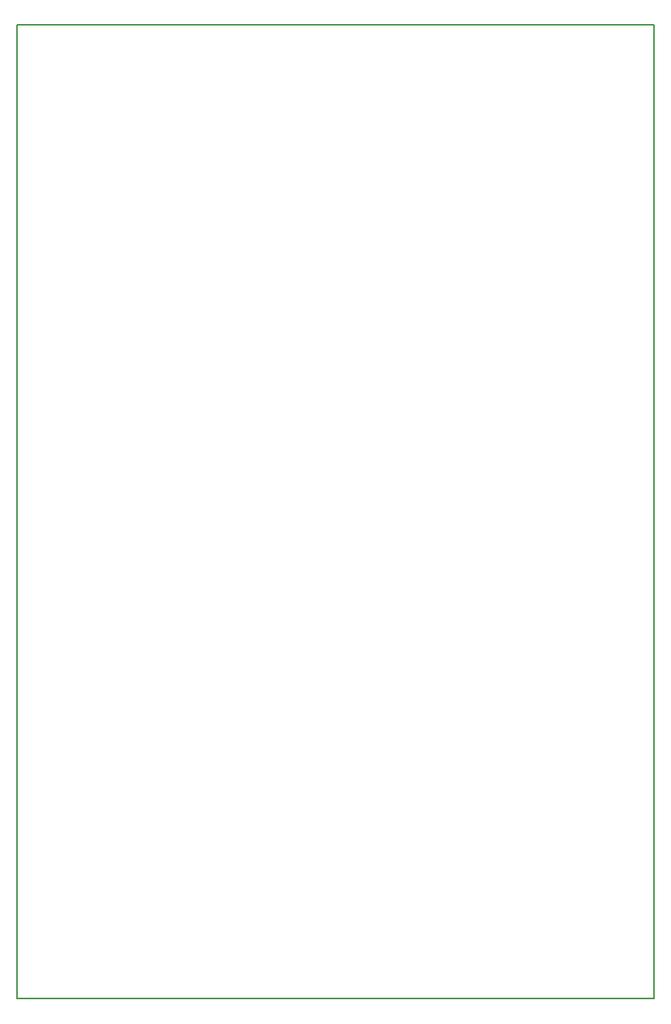
<source format=gko>
G04 Layer_Color=16711935*
%FSAX44Y44*%
%MOMM*%
G71*
G01*
G75*
%ADD12C,0.2000*%
D12*
X01000000Y01000000D02*
Y02065000D01*
X01698000D01*
Y01000000D01*
X01000000D01*
M02*

</source>
